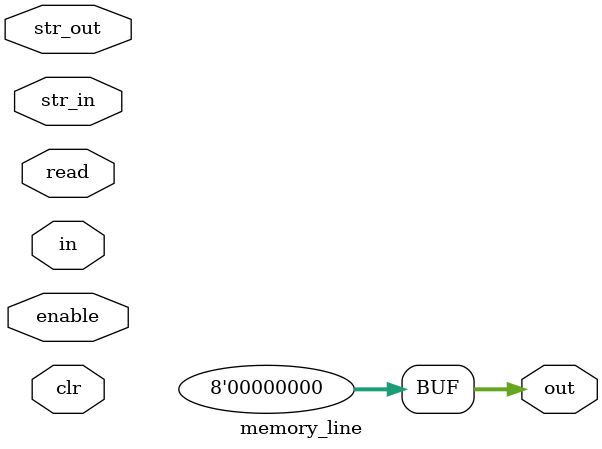
<source format=sv>
module memory_line(in, out, clr, str_in, read, enable, str_out);

input logic [7:0] in; 
input logic [11:0] str_in, str_out;
output logic [7:0] out=0;
input logic clr;
input logic read;
input logic enable;

//always_ff @(posedge set) begin
//	if (mem[30719-str*640+(80-tab)*8:30719-str*640+(80-tab)*8-7]==0 & set & tab<80) begin
//		mem[30719-str*640+(80-tab)*8:30719-str*640+(80-tab)*8-7]<= in;
//		if (tab<79)tab <= tab+1;
//		else begin
//			tab <= 0;
//			str <= str-1;
//		end
//	end
//end

logic [7:0] RAM [3840];		
		
always_ff @(posedge clr) begin
if (enable) begin
	if (clr) RAM[str_in] <= in;

	end

end

//always_ff @(posedge read) begin
//	if (read) out <= RAM[str_out];
//	else out <= 8'd0;
//end
	
assign out = RAM[str_out];
	
endmodule



</source>
